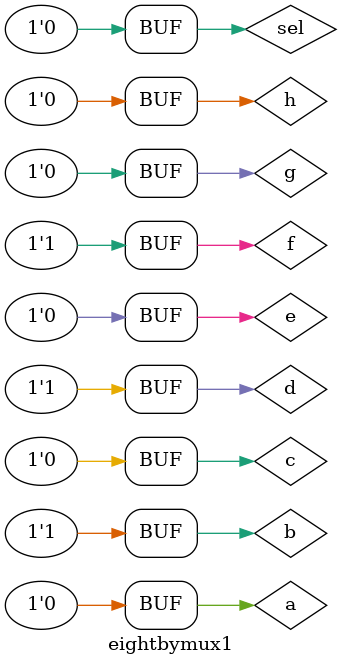
<source format=v>
`timescale 1ns / 1ps

module eightbymux1;

	// Inputs
	reg a;
	reg b;
  	reg c;
  	reg d;
  	reg e;
  	reg f;
  	reg g;
  	reg h;
  	reg sel;

	// Outputs
	wire yout;

	// Instantiate the Unit Under Test (UUT)
	eightbyonemux uut (
      .a(a),
      .b(b),
      .c(c),
      .d(d),
      .e(e),
      .f(f),
      .g(g),
      .h(h),
      .sel(sel)
	);

	initial begin
      $dumpfile("dump.vcd");
      $dumpvars(1); // Xilinx will not generate these two lines
		// Initialize Inputs
		sel = 3'b000;
      	a = 4'b0110;
      	b = 4'b0000;
      	c = 4'b1100;
      	d = 4'b0001;
      	e = 4'b0010;
      	f = 4'b1000;
      	g = 4'b1001;
      	h = 4'b0011;
      	#100;
      
      	sel = 3'b011;
      	a = 4'b1111;
      	b = 4'b0101;
      	c = 4'b1010;
      	d = 4'b0001;
      	e = 4'b0010;
      	f = 4'b1001;
      	g = 4'b0100;
      	h = 4'b0011;
      	#100;
      
      	sel = 3'b100;
      	a = 4'b1110;
      	b = 4'b0001;
      	c = 4'b1010;
      	d = 4'b0101;
      	e = 4'b1000;
      	f = 4'b0011;
      	g = 4'b0110;
      	h = 4'b0000;
      	#100;
	end
endmodule

</source>
